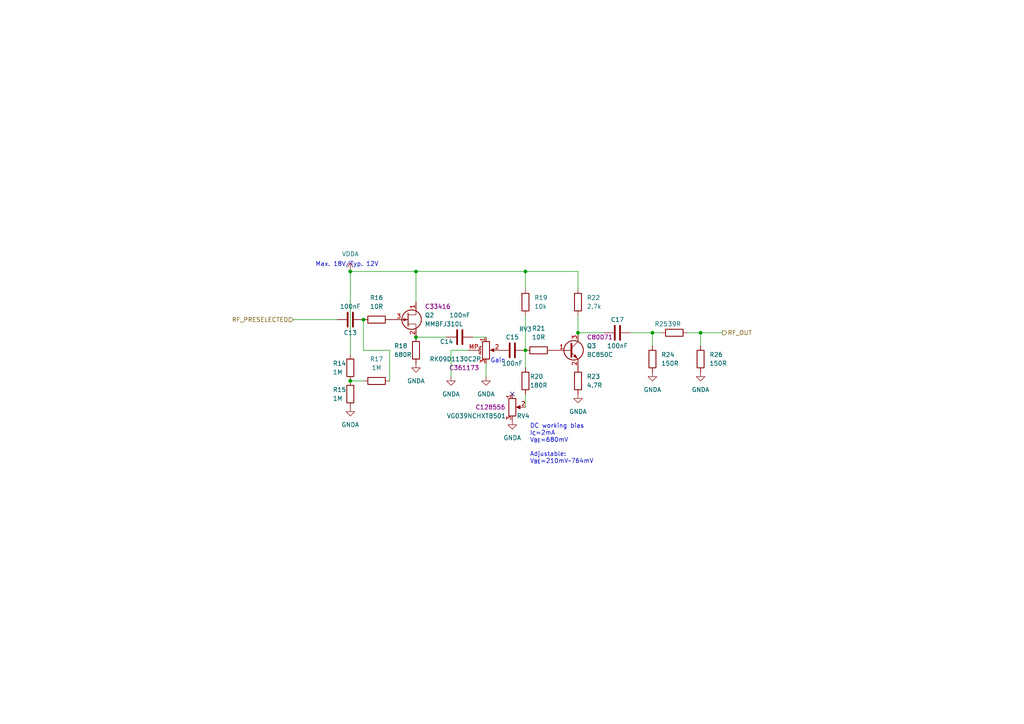
<source format=kicad_sch>
(kicad_sch (version 20211123) (generator eeschema)
  (paper "A4")
  (title_block (title "Pre-amplifier") (date "2022-11-13") (rev "A0") (company "imi415"))
  (lib_symbols
    (symbol "Device:C" (pin_numbers hide) (pin_names (offset 0.254))
      (property "Reference" "C" (at 0.635 2.54 0))
      (property "Value" "C" (at 0.635 -2.54 0))
      (symbol "C_0_1"
        (polyline (pts (xy -2.032 -0.762) (xy 2.032 -0.762)) (stroke (width 0.508)))
        (polyline (pts (xy -2.032 0.762) (xy 2.032 0.762)) (stroke (width 0.508)))
      )
      (symbol "C_1_1"
        (pin passive line (at 0 3.81 270) (length 2.794) (name "~") (number "1"))
        (pin passive line (at 0 -3.81 90) (length 2.794) (name "~") (number "2"))
      )
    )
    (symbol "Device:Q_NJFET_DSG" (pin_names (offset 0) hide)
      (property "Reference" "Q" (at 5.08 1.27 0))
      (property "Value" "Q_NJFET_DSG" (at 5.08 -1.27 0))
      (symbol "Q_NJFET_DSG_0_1"
        (polyline (pts (xy 0.254 1.905) (xy 0.254 -1.905) (xy 0.254 -1.905)) (stroke (width 0.254)))
        (polyline (pts (xy 2.54 -2.54) (xy 2.54 -1.27) (xy 0.254 -1.27)))
        (polyline (pts (xy 2.54 2.54) (xy 2.54 1.397) (xy 0.254 1.397)))
        (polyline (pts (xy 0 0) (xy -1.016 0.381) (xy -1.016 -0.381) (xy 0 0)) (fill (type outline)))
        (circle (center 1.27 0) (radius 2.8194) (stroke (width 0.254)))
      )
      (symbol "Q_NJFET_DSG_1_1"
        (pin passive line (at 2.54 5.08 270) (length 2.54) (name "D") (number "1"))
        (pin passive line (at 2.54 -5.08 90) (length 2.54) (name "S") (number "2"))
        (pin input line (at -5.08 0 0) (length 5.334) (name "G") (number "3"))
      )
    )
    (symbol "Device:Q_NPN_BEC" (pin_names (offset 0) hide)
      (property "Reference" "Q" (at 5.08 1.27 0))
      (property "Value" "Q_NPN_BEC" (at 5.08 -1.27 0))
      (symbol "Q_NPN_BEC_0_1"
        (polyline (pts (xy 0.635 0.635) (xy 2.54 2.54)))
        (polyline (pts (xy 0.635 -0.635) (xy 2.54 -2.54) (xy 2.54 -2.54)))
        (polyline (pts (xy 0.635 1.905) (xy 0.635 -1.905) (xy 0.635 -1.905)) (stroke (width 0.508)))
        (polyline (pts (xy 1.27 -1.778) (xy 1.778 -1.27) (xy 2.286 -2.286) (xy 1.27 -1.778) (xy 1.27 -1.778)) (fill (type outline)))
        (circle (center 1.27 0) (radius 2.8194) (stroke (width 0.254)))
      )
      (symbol "Q_NPN_BEC_1_1"
        (pin input line (at -5.08 0 0) (length 5.715) (name "B") (number "1"))
        (pin passive line (at 2.54 -5.08 90) (length 2.54) (name "E") (number "2"))
        (pin passive line (at 2.54 5.08 270) (length 2.54) (name "C") (number "3"))
      )
    )
    (symbol "Device:R" (pin_numbers hide) (pin_names (offset 0))
      (property "Reference" "R" (at 2.032 0 90))
      (property "Value" "R" (at 0 0 90))
      (symbol "R_0_1"
        (rectangle (start -1.016 -2.54) (end 1.016 2.54) (stroke (width 0.254)))
      )
      (symbol "R_1_1"
        (pin passive line (at 0 3.81 270) (length 1.27) (name "~") (number "1"))
        (pin passive line (at 0 -3.81 90) (length 1.27) (name "~") (number "2"))
      )
    )
    (symbol "Device:R_Potentiometer" (pin_names (offset 1.016) hide)
      (property "Reference" "RV" (at -4.445 0 90))
      (property "Value" "R_Potentiometer" (at -2.54 0 90))
      (symbol "R_Potentiometer_0_1"
        (polyline (pts (xy 2.54 0) (xy 1.524 0)))
        (polyline (pts (xy 1.143 0) (xy 2.286 0.508) (xy 2.286 -0.508) (xy 1.143 0)) (fill (type outline)))
        (rectangle (start 1.016 2.54) (end -1.016 -2.54) (stroke (width 0.254)))
      )
      (symbol "R_Potentiometer_1_1"
        (pin passive line (at 0 3.81 270) (length 1.27) (name "1") (number "1"))
        (pin passive line (at 3.81 0 180) (length 1.27) (name "2") (number "2"))
        (pin passive line (at 0 -3.81 90) (length 1.27) (name "3") (number "3"))
      )
    )
    (symbol "Device:R_Potentiometer_MountingPin" (pin_names (offset 1.016) hide)
      (property "Reference" "RV" (at -8.255 0 90))
      (property "Value" "R_Potentiometer_MountingPin" (at -6.35 0 90))
      (symbol "R_Potentiometer_MountingPin_0_1"
        (polyline (pts (xy 2.54 0) (xy 1.524 0)))
        (polyline (pts (xy 1.143 0) (xy 2.286 0.508) (xy 2.286 -0.508)) (fill (type outline)))
        (rectangle (start 1.016 2.54) (end -1.016 -2.54) (stroke (width 0.254)))
      )
      (symbol "R_Potentiometer_MountingPin_1_1"
        (polyline (pts (xy -2.032 1.016) (xy -2.032 -1.016)) (stroke (width 0.1524)))
        (text "Mounting" (at -1.651 0 900) (effects (font (size 0.381 0.381))))
        (pin passive line (at 0 3.81 270) (length 1.27) (name "1") (number "1"))
        (pin passive line (at 3.81 0 180) (length 1.27) (name "2") (number "2"))
        (pin passive line (at 0 -3.81 90) (length 1.27) (name "3") (number "3"))
        (pin passive line (at -5.08 0 0) (length 3.048) (name "MountPin") (number "MP"))
      )
    )
    (symbol "power:GNDA" (power) (pin_names (offset 0))
      (property "Value" "GNDA" (at 0 -3.81 0))
      (symbol "GNDA_0_1"
        (polyline (pts (xy 0 0) (xy 0 -1.27) (xy 1.27 -1.27) (xy 0 -2.54) (xy -1.27 -1.27) (xy 0 -1.27)))
      )
      (symbol "GNDA_1_1"
        (pin power_in line (at 0 0 270) (length 0) hide (name "GNDA") (number "1"))
      )
    )
    (symbol "power:VDDA" (power) (pin_names (offset 0))
      (property "Value" "VDDA" (at 0 3.81 0))
      (symbol "VDDA_0_1"
        (polyline (pts (xy -0.762 1.27) (xy 0 2.54)))
        (polyline (pts (xy 0 0) (xy 0 2.54)))
        (polyline (pts (xy 0 2.54) (xy 0.762 1.27)))
      )
      (symbol "VDDA_1_1"
        (pin power_in line (at 0 0 90) (length 0) hide (name "VDDA") (number "1"))
      )
    )
  )
  (junction (at 120.65 78.74))
  (junction (at 167.64 96.52))
  (junction (at 189.23 96.52))
  (junction (at 152.4 78.74))
  (junction (at 203.2 96.52))
  (junction (at 101.6 78.74))
  (junction (at 152.4 101.6))
  (junction (at 105.41 92.71))
  (junction (at 120.65 97.79))
  (junction (at 101.6 110.49))
  (no_connect (at 148.59 114.3))
  (wire (pts (xy 101.6 78.74) (xy 101.6 102.87)))
  (wire (pts (xy 120.65 78.74) (xy 120.65 87.63)))
  (wire (pts (xy 130.81 101.6) (xy 130.81 109.22)))
  (wire (pts (xy 189.23 96.52) (xy 191.77 96.52)))
  (wire (pts (xy 113.03 101.6) (xy 113.03 110.49)))
  (wire (pts (xy 152.4 101.6) (xy 152.4 106.68)))
  (wire (pts (xy 152.4 91.44) (xy 152.4 101.6)))
  (wire (pts (xy 135.89 101.6) (xy 130.81 101.6)))
  (wire (pts (xy 85.09 92.71) (xy 97.79 92.71)))
  (wire (pts (xy 182.88 96.52) (xy 189.23 96.52)))
  (wire (pts (xy 152.4 114.3) (xy 152.4 118.11)))
  (wire (pts (xy 105.41 92.71) (xy 105.41 101.6)))
  (wire (pts (xy 140.97 105.41) (xy 140.97 109.22)))
  (wire (pts (xy 120.65 78.74) (xy 152.4 78.74)))
  (wire (pts (xy 137.16 97.79) (xy 140.97 97.79)))
  (wire (pts (xy 120.65 97.79) (xy 129.54 97.79)))
  (wire (pts (xy 101.6 110.49) (xy 105.41 110.49)))
  (wire (pts (xy 189.23 96.52) (xy 189.23 100.33)))
  (wire (pts (xy 167.64 96.52) (xy 175.26 96.52)))
  (wire (pts (xy 167.64 78.74) (xy 167.64 83.82)))
  (wire (pts (xy 167.64 91.44) (xy 167.64 96.52)))
  (wire (pts (xy 152.4 78.74) (xy 152.4 83.82)))
  (wire (pts (xy 105.41 101.6) (xy 113.03 101.6)))
  (wire (pts (xy 203.2 96.52) (xy 209.55 96.52)))
  (wire (pts (xy 199.39 96.52) (xy 203.2 96.52)))
  (wire (pts (xy 203.2 96.52) (xy 203.2 100.33)))
  (wire (pts (xy 152.4 78.74) (xy 167.64 78.74)))
  (wire (pts (xy 101.6 78.74) (xy 120.65 78.74)))
  (text "DC working bias\nI_{C}=2mA\nV_{BE}=680mV\n\nAdjustable:\nV_{BE}=210mV~764mV" (at 153.67 134.62 0) (effects (font (size 1.27 1.27)) (justify left bottom)))
  (text "Gain" (at 142.24 105.41 0) (effects (font (size 1.27 1.27)) (justify left bottom)))
  (text "Max. 18V/Typ. 12V" (at 91.44 77.47 0) (effects (font (size 1.27 1.27)) (justify left bottom)))
  (hierarchical_label "RF_OUT" (shape output) (at 209.55 96.52 0))
  (hierarchical_label "RF_PRESELECTED" (shape input) (at 85.09 92.71 180))
  (symbol (lib_id "power:GNDA") (at 167.64 114.3 0) (unit 1)
    (property "Reference" "#PWR0131" (effects hide))
    (property "Value" "GNDA" (at 167.64 119.38 0))
  )
  (symbol (lib_id "Device:C") (at 148.59 101.6 90) (unit 1)
    (property "Reference" "C15" (at 148.59 97.79 90))
    (property "Value" "100nF" (at 148.59 105.41 90))
    (property "Footprint" "Capacitor_SMD:C_0603_1608Metric" (effects hide))
  )
  (symbol (lib_id "power:GNDA") (at 203.2 107.95 0) (unit 1)
    (property "Reference" "#PWR0129" (effects hide))
    (property "Value" "GNDA" (at 203.2 113.03 0))
  )
  (symbol (lib_id "Device:R") (at 189.23 104.14 0) (unit 1)
    (property "Reference" "R24" (at 191.77 102.8699 0) (effects (justify left)))
    (property "Value" "150R" (at 191.77 105.4099 0) (effects (justify left)))
    (property "Footprint" "Resistor_SMD:R_0603_1608Metric" (effects hide))
  )
  (symbol (lib_id "Device:R") (at 156.21 101.6 90) (unit 1)
    (property "Reference" "R21" (at 156.21 95.25 90))
    (property "Value" "10R" (at 156.21 97.79 90))
    (property "Footprint" "Resistor_SMD:R_0603_1608Metric" (effects hide))
  )
  (symbol (lib_id "Device:C") (at 133.35 97.79 90) (unit 1)
    (property "Reference" "C14" (at 129.54 99.06 90))
    (property "Value" "100nF" (at 133.35 91.44 90))
    (property "Footprint" "Capacitor_SMD:C_0603_1608Metric" (effects hide))
  )
  (symbol (lib_id "Device:Q_NPN_BEC") (at 165.1 101.6 0) (unit 1)
    (property "Reference" "Q3" (at 170.18 100.3299 0) (effects (justify left)))
    (property "Value" "BC850C" (at 170.18 102.8699 0) (effects (justify left)))
    (property "Footprint" "Package_TO_SOT_SMD:TSOT-23" (effects hide))
    (property "MPN" "C80071" (at 173.99 97.79 0))
  )
  (symbol (lib_id "power:GNDA") (at 101.6 118.11 0) (unit 1)
    (property "Reference" "#PWR0125" (effects hide))
    (property "Value" "GNDA" (at 101.6 123.19 0))
  )
  (symbol (lib_id "Device:R") (at 120.65 101.6 0) (unit 1)
    (property "Reference" "R18" (at 114.3 100.33 0) (effects (justify left)))
    (property "Value" "680R" (at 114.3 102.87 0) (effects (justify left)))
    (property "Footprint" "Resistor_SMD:R_0603_1608Metric" (effects hide))
  )
  (symbol (lib_id "Device:R") (at 195.58 96.52 90) (unit 1)
    (property "Reference" "R25" (at 191.77 93.98 90))
    (property "Value" "39R" (at 195.58 93.98 90))
    (property "Footprint" "Resistor_SMD:R_0603_1608Metric" (effects hide))
  )
  (symbol (lib_id "Device:R") (at 152.4 87.63 0) (unit 1)
    (property "Reference" "R19" (at 154.94 86.3599 0) (effects (justify left)))
    (property "Value" "10k" (at 154.94 88.8999 0) (effects (justify left)))
    (property "Footprint" "Resistor_SMD:R_0603_1608Metric" (effects hide))
  )
  (symbol (lib_id "power:GNDA") (at 189.23 107.95 0) (unit 1)
    (property "Reference" "#PWR0127" (effects hide))
    (property "Value" "GNDA" (at 189.23 113.03 0))
  )
  (symbol (lib_id "Device:C") (at 101.6 92.71 90) (unit 1)
    (property "Reference" "C13" (at 101.6 96.52 90))
    (property "Value" "100nF" (at 101.6 88.9 90))
    (property "Footprint" "Capacitor_SMD:C_0603_1608Metric" (effects hide))
  )
  (symbol (lib_id "Device:R") (at 167.64 87.63 0) (unit 1)
    (property "Reference" "R22" (at 170.18 86.3599 0) (effects (justify left)))
    (property "Value" "2.7k" (at 170.18 88.8999 0) (effects (justify left)))
    (property "Footprint" "Resistor_SMD:R_0603_1608Metric" (effects hide))
  )
  (symbol (lib_id "power:VDDA") (at 101.6 78.74 0) (unit 1)
    (property "Reference" "#PWR0120" (effects hide))
    (property "Value" "VDDA" (at 101.6 73.66 0))
  )
  (symbol (lib_id "Device:Q_NJFET_DSG") (at 118.11 92.71 0) (unit 1)
    (property "Reference" "Q2" (at 123.19 91.4399 0) (effects (justify left)))
    (property "Value" "MMBFJ310L" (at 123.19 93.9799 0) (effects (justify left)))
    (property "Footprint" "Package_TO_SOT_SMD:TSOT-23" (effects hide))
    (property "MPN" "C33416" (at 127 88.9 0))
  )
  (symbol (lib_id "Device:R") (at 203.2 104.14 0) (unit 1)
    (property "Reference" "R26" (at 205.74 102.8699 0) (effects (justify left)))
    (property "Value" "150R" (at 205.74 105.4099 0) (effects (justify left)))
    (property "Footprint" "Resistor_SMD:R_0603_1608Metric" (effects hide))
  )
  (symbol (lib_id "Device:R") (at 101.6 114.3 180) (unit 1)
    (property "Reference" "R15" (at 96.52 113.03 0) (effects (justify right)))
    (property "Value" "1M" (at 96.52 115.57 0) (effects (justify right)))
    (property "Footprint" "Resistor_SMD:R_0603_1608Metric" (effects hide))
  )
  (symbol (lib_id "power:GNDA") (at 148.59 121.92 0) (unit 1)
    (property "Reference" "#PWR0130" (effects hide))
    (property "Value" "GNDA" (at 148.59 127 0))
  )
  (symbol (lib_id "power:GNDA") (at 130.81 109.22 0) (unit 1)
    (property "Reference" "#PWR0126" (effects hide))
    (property "Value" "GNDA" (at 130.81 114.3 0))
  )
  (symbol (lib_id "power:GNDA") (at 120.65 105.41 0) (unit 1)
    (property "Reference" "#PWR0123" (effects hide))
    (property "Value" "GNDA" (at 120.65 110.49 0))
  )
  (symbol (lib_id "Device:C") (at 179.07 96.52 90) (unit 1)
    (property "Reference" "C17" (at 179.07 92.71 90))
    (property "Value" "100nF" (at 179.07 100.33 90))
    (property "Footprint" "Capacitor_SMD:C_0603_1608Metric" (effects hide))
  )
  (symbol (lib_id "Device:R_Potentiometer") (at 148.59 118.11 0) (unit 1)
    (property "Reference" "RV4" (at 149.86 120.65 0) (effects (justify left)))
    (property "Value" "VG039NCHXTB501" (at 129.54 120.65 0) (effects (justify left)))
    (property "Footprint" "Potentiometer_SMD:Potentiometer_Bourns_TC33X_Vertical" (effects hide))
    (property "MPN" "C128556" (at 142.24 118.11 0))
  )
  (symbol (lib_id "Device:R") (at 109.22 92.71 90) (unit 1)
    (property "Reference" "R16" (at 109.22 86.36 90))
    (property "Value" "10R" (at 109.22 88.9 90))
    (property "Footprint" "Resistor_SMD:R_0603_1608Metric" (effects hide))
  )
  (symbol (lib_id "Device:R") (at 152.4 110.49 0) (unit 1)
    (property "Reference" "R20" (at 153.67 109.22 0) (effects (justify left)))
    (property "Value" "180R" (at 153.67 111.76 0) (effects (justify left)))
    (property "Footprint" "Resistor_SMD:R_0603_1608Metric" (effects hide))
  )
  (symbol (lib_id "Device:R_Potentiometer_MountingPin") (at 140.97 101.6 0) (unit 1)
    (property "Reference" "RV3" (at 152.4 95.4786 0))
    (property "Value" "RK09D1130C2P" (at 132.08 104.14 0))
    (property "Footprint" "Potentiometer_THT:Potentiometer_Alps_RK09K_Single_Vertical" (effects hide))
    (property "MPN" "C361173" (at 134.62 106.68 0))
  )
  (symbol (lib_id "Device:R") (at 109.22 110.49 270) (unit 1)
    (property "Reference" "R17" (at 109.22 104.14 90))
    (property "Value" "1M" (at 109.22 106.68 90))
    (property "Footprint" "Resistor_SMD:R_0603_1608Metric" (effects hide))
  )
  (symbol (lib_id "Device:R") (at 167.64 110.49 0) (unit 1)
    (property "Reference" "R23" (at 170.18 109.2199 0) (effects (justify left)))
    (property "Value" "4.7R" (at 170.18 111.7599 0) (effects (justify left)))
    (property "Footprint" "Resistor_SMD:R_0603_1608Metric" (effects hide))
  )
  (symbol (lib_id "power:GNDA") (at 140.97 109.22 0) (unit 1)
    (property "Reference" "#PWR?" (effects hide))
    (property "Value" "GNDA" (at 140.97 114.3 0))
  )
  (symbol (lib_id "Device:R") (at 101.6 106.68 180) (unit 1)
    (property "Reference" "R14" (at 96.52 105.41 0) (effects (justify right)))
    (property "Value" "1M" (at 96.52 107.95 0) (effects (justify right)))
    (property "Footprint" "Resistor_SMD:R_0603_1608Metric" (effects hide))
  )
)
</source>
